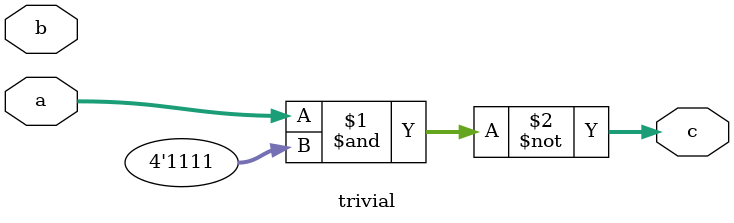
<source format=v>
module trivial(input [3:0] a, input [3:0] b, output [3:0] c);
assign c = ~(a & 4'hF); // 0b1111
endmodule


</source>
